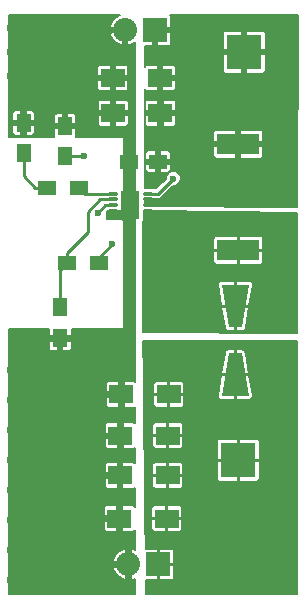
<source format=gbr>
G04 #@! TF.FileFunction,Copper,L1,Top,Signal*
%FSLAX46Y46*%
G04 Gerber Fmt 4.6, Leading zero omitted, Abs format (unit mm)*
G04 Created by KiCad (PCBNEW 0.201509151501+6198~30~ubuntu14.04.1-product) date Wed 04 Nov 2015 10:21:58 PM EST*
%MOMM*%
G01*
G04 APERTURE LIST*
%ADD10C,0.100000*%
%ADD11C,1.524000*%
%ADD12R,2.000000X1.600000*%
%ADD13R,1.500000X1.250000*%
%ADD14R,1.250000X1.500000*%
%ADD15R,3.600000X1.800000*%
%ADD16R,2.032000X2.032000*%
%ADD17O,2.032000X2.032000*%
%ADD18R,1.500000X1.300000*%
%ADD19R,1.300000X1.500000*%
%ADD20R,2.999740X2.999740*%
%ADD21C,0.400000*%
%ADD22O,0.850000X0.280000*%
%ADD23R,1.650000X2.400000*%
%ADD24R,0.280000X0.700000*%
%ADD25C,0.600000*%
%ADD26C,0.250000*%
%ADD27C,0.152400*%
G04 APERTURE END LIST*
D10*
D11*
X114808000Y-104140000D03*
X112268000Y-104140000D03*
X109728000Y-104140000D03*
X114808000Y-101600000D03*
X112268000Y-101600000D03*
X109728000Y-101600000D03*
X114808000Y-99060000D03*
X112268000Y-99060000D03*
X109728000Y-99060000D03*
X114808000Y-96520000D03*
X112268000Y-96520000D03*
X109728000Y-96520000D03*
X114808000Y-93980000D03*
X112268000Y-93980000D03*
X109728000Y-93980000D03*
X114808000Y-91440000D03*
X112268000Y-91440000D03*
X109728000Y-91440000D03*
X114808000Y-88900000D03*
X112268000Y-88900000D03*
X109728000Y-88900000D03*
X114808000Y-86360000D03*
X112268000Y-86360000D03*
X109728000Y-86360000D03*
X113792000Y-61468000D03*
X111760000Y-61468000D03*
X109728000Y-61468000D03*
X113792000Y-59436000D03*
X111760000Y-59436000D03*
X109728000Y-59436000D03*
X113792000Y-57404000D03*
X111760000Y-57404000D03*
D12*
X121893080Y-61605160D03*
X117893080Y-61605160D03*
X121937280Y-64582040D03*
X117937280Y-64582040D03*
D13*
X121747600Y-68686680D03*
X119247600Y-68686680D03*
D14*
X113863120Y-68184400D03*
X113863120Y-65684400D03*
X110342680Y-67915160D03*
X110342680Y-65415160D03*
D12*
X122633240Y-88402160D03*
X118633240Y-88402160D03*
X122546880Y-91887040D03*
X118546880Y-91887040D03*
X122538240Y-95260160D03*
X118538240Y-95260160D03*
X122465600Y-98907600D03*
X118465600Y-98907600D03*
D10*
G36*
X129419350Y-88521540D02*
X127120650Y-88521540D01*
X127720090Y-84919820D01*
X128819910Y-84919820D01*
X129419350Y-88521540D01*
X129419350Y-88521540D01*
G37*
G36*
X127120650Y-79118460D02*
X129419350Y-79118460D01*
X128819910Y-82720180D01*
X127720090Y-82720180D01*
X127120650Y-79118460D01*
X127120650Y-79118460D01*
G37*
D15*
X128524000Y-67200000D03*
X128524000Y-76200000D03*
D16*
X121498360Y-57561480D03*
D17*
X118958360Y-57561480D03*
D16*
X121762520Y-102788720D03*
D17*
X119222520Y-102788720D03*
D18*
X115023880Y-70891400D03*
X112323880Y-70891400D03*
X116737120Y-77282040D03*
X114037120Y-77282040D03*
D19*
X113441480Y-80956160D03*
X113441480Y-83656160D03*
D20*
X129032000Y-59436000D03*
X128524000Y-93980000D03*
D21*
X119880000Y-71640000D03*
X118880000Y-73140000D03*
X119880000Y-73140000D03*
X119380000Y-72390000D03*
X118880000Y-71640000D03*
D22*
X117905000Y-71390000D03*
X117905000Y-71890000D03*
X117905000Y-72390000D03*
X117905000Y-72890000D03*
X117905000Y-73390000D03*
X120855000Y-73390000D03*
X120855000Y-72890000D03*
X120855000Y-72390000D03*
X120855000Y-71890000D03*
X120855000Y-71390000D03*
D23*
X119380000Y-72390000D03*
D24*
X119630000Y-70840000D03*
X119130000Y-70840000D03*
X119630000Y-73940000D03*
X119130000Y-73940000D03*
D11*
X109728000Y-57404000D03*
D25*
X115422680Y-68244720D03*
X123012200Y-70134480D03*
X122224800Y-71963280D03*
X116621560Y-73009760D03*
X122428000Y-86360000D03*
X117856000Y-75692000D03*
D26*
X115422680Y-68244720D02*
X113923440Y-68244720D01*
X113923440Y-68244720D02*
X113863120Y-68184400D01*
X120855000Y-71390000D02*
X121756680Y-71390000D01*
X121756680Y-71390000D02*
X123012200Y-70134480D01*
X110342680Y-69184520D02*
X110342680Y-68719306D01*
X110342680Y-68719306D02*
X110342680Y-67915160D01*
X112323880Y-70891400D02*
X111323880Y-70891400D01*
X111323880Y-70891400D02*
X110342680Y-69910200D01*
X110342680Y-69910200D02*
X110342680Y-68719306D01*
X117905000Y-71390000D02*
X115522480Y-71390000D01*
X115522480Y-71390000D02*
X115023880Y-70891400D01*
X117905000Y-71390000D02*
X117620000Y-71390000D01*
X117620000Y-71390000D02*
X117619240Y-71389240D01*
X114037120Y-77282040D02*
X114037120Y-76382040D01*
X114037120Y-76382040D02*
X115798600Y-74620560D01*
X115798600Y-74620560D02*
X115798600Y-72918320D01*
X115798600Y-72918320D02*
X116826920Y-71890000D01*
X116826920Y-71890000D02*
X117905000Y-71890000D01*
X113441480Y-80956160D02*
X113441480Y-77877680D01*
X113441480Y-77877680D02*
X114037120Y-77282040D01*
X122224800Y-71963280D02*
X120928280Y-71963280D01*
X120928280Y-71963280D02*
X120855000Y-71890000D01*
X117905000Y-72390000D02*
X117241320Y-72390000D01*
X117241320Y-72390000D02*
X116621560Y-73009760D01*
X116737120Y-77282040D02*
X116737120Y-76810880D01*
X116737120Y-76810880D02*
X117856000Y-75692000D01*
D27*
G36*
X118317850Y-56377402D02*
X117913479Y-56712647D01*
X117668181Y-57177119D01*
X117706488Y-57383680D01*
X118780560Y-57383680D01*
X118780560Y-57363680D01*
X119136160Y-57363680D01*
X119136160Y-57383680D01*
X119156160Y-57383680D01*
X119156160Y-57739280D01*
X119136160Y-57739280D01*
X119136160Y-58812559D01*
X119342718Y-58851644D01*
X119598870Y-58745558D01*
X119809463Y-58570965D01*
X119776809Y-87304222D01*
X119698921Y-87271960D01*
X118893590Y-87271960D01*
X118811040Y-87354510D01*
X118811040Y-88224360D01*
X118831040Y-88224360D01*
X118831040Y-88579960D01*
X118811040Y-88579960D01*
X118811040Y-89449810D01*
X118893590Y-89532360D01*
X119698921Y-89532360D01*
X119774312Y-89501132D01*
X119772784Y-90845971D01*
X119733923Y-90807110D01*
X119612561Y-90756840D01*
X118807230Y-90756840D01*
X118724680Y-90839390D01*
X118724680Y-91709240D01*
X118744680Y-91709240D01*
X118744680Y-92064840D01*
X118724680Y-92064840D01*
X118724680Y-92934690D01*
X118807230Y-93017240D01*
X119612561Y-93017240D01*
X119733923Y-92966970D01*
X119770415Y-92930478D01*
X119768945Y-94223892D01*
X119725283Y-94180230D01*
X119603921Y-94129960D01*
X118798590Y-94129960D01*
X118716040Y-94212510D01*
X118716040Y-95082360D01*
X118736040Y-95082360D01*
X118736040Y-95437960D01*
X118716040Y-95437960D01*
X118716040Y-96307810D01*
X118798590Y-96390360D01*
X119603921Y-96390360D01*
X119725283Y-96340090D01*
X119766587Y-96298786D01*
X119764691Y-97966816D01*
X119745530Y-97920557D01*
X119652643Y-97827670D01*
X119531281Y-97777400D01*
X118725950Y-97777400D01*
X118643400Y-97859950D01*
X118643400Y-98729800D01*
X118663400Y-98729800D01*
X118663400Y-99085400D01*
X118643400Y-99085400D01*
X118643400Y-99955250D01*
X118725950Y-100037800D01*
X119531281Y-100037800D01*
X119652643Y-99987530D01*
X119745530Y-99894643D01*
X119762547Y-99853561D01*
X119760605Y-101562222D01*
X119606878Y-101498556D01*
X119400320Y-101537641D01*
X119400320Y-102610920D01*
X119420320Y-102610920D01*
X119420320Y-102966520D01*
X119400320Y-102966520D01*
X119400320Y-104039799D01*
X119606878Y-104078884D01*
X119757816Y-104016373D01*
X119756404Y-105258800D01*
X109117200Y-105258800D01*
X109117200Y-103173081D01*
X117932341Y-103173081D01*
X118177639Y-103637553D01*
X118582010Y-103972798D01*
X118838162Y-104078884D01*
X119044720Y-104039799D01*
X119044720Y-102966520D01*
X117970648Y-102966520D01*
X117932341Y-103173081D01*
X109117200Y-103173081D01*
X109117200Y-102404359D01*
X117932341Y-102404359D01*
X117970648Y-102610920D01*
X119044720Y-102610920D01*
X119044720Y-101537641D01*
X118838162Y-101498556D01*
X118582010Y-101604642D01*
X118177639Y-101939887D01*
X117932341Y-102404359D01*
X109117200Y-102404359D01*
X109117200Y-99167950D01*
X117135400Y-99167950D01*
X117135400Y-99773281D01*
X117185670Y-99894643D01*
X117278557Y-99987530D01*
X117399919Y-100037800D01*
X118205250Y-100037800D01*
X118287800Y-99955250D01*
X118287800Y-99085400D01*
X117217950Y-99085400D01*
X117135400Y-99167950D01*
X109117200Y-99167950D01*
X109117200Y-98041919D01*
X117135400Y-98041919D01*
X117135400Y-98647250D01*
X117217950Y-98729800D01*
X118287800Y-98729800D01*
X118287800Y-97859950D01*
X118205250Y-97777400D01*
X117399919Y-97777400D01*
X117278557Y-97827670D01*
X117185670Y-97920557D01*
X117135400Y-98041919D01*
X109117200Y-98041919D01*
X109117200Y-95520510D01*
X117208040Y-95520510D01*
X117208040Y-96125841D01*
X117258310Y-96247203D01*
X117351197Y-96340090D01*
X117472559Y-96390360D01*
X118277890Y-96390360D01*
X118360440Y-96307810D01*
X118360440Y-95437960D01*
X117290590Y-95437960D01*
X117208040Y-95520510D01*
X109117200Y-95520510D01*
X109117200Y-94394479D01*
X117208040Y-94394479D01*
X117208040Y-94999810D01*
X117290590Y-95082360D01*
X118360440Y-95082360D01*
X118360440Y-94212510D01*
X118277890Y-94129960D01*
X117472559Y-94129960D01*
X117351197Y-94180230D01*
X117258310Y-94273117D01*
X117208040Y-94394479D01*
X109117200Y-94394479D01*
X109117200Y-92147390D01*
X117216680Y-92147390D01*
X117216680Y-92752721D01*
X117266950Y-92874083D01*
X117359837Y-92966970D01*
X117481199Y-93017240D01*
X118286530Y-93017240D01*
X118369080Y-92934690D01*
X118369080Y-92064840D01*
X117299230Y-92064840D01*
X117216680Y-92147390D01*
X109117200Y-92147390D01*
X109117200Y-91021359D01*
X117216680Y-91021359D01*
X117216680Y-91626690D01*
X117299230Y-91709240D01*
X118369080Y-91709240D01*
X118369080Y-90839390D01*
X118286530Y-90756840D01*
X117481199Y-90756840D01*
X117359837Y-90807110D01*
X117266950Y-90899997D01*
X117216680Y-91021359D01*
X109117200Y-91021359D01*
X109117200Y-88662510D01*
X117303040Y-88662510D01*
X117303040Y-89267841D01*
X117353310Y-89389203D01*
X117446197Y-89482090D01*
X117567559Y-89532360D01*
X118372890Y-89532360D01*
X118455440Y-89449810D01*
X118455440Y-88579960D01*
X117385590Y-88579960D01*
X117303040Y-88662510D01*
X109117200Y-88662510D01*
X109117200Y-87536479D01*
X117303040Y-87536479D01*
X117303040Y-88141810D01*
X117385590Y-88224360D01*
X118455440Y-88224360D01*
X118455440Y-87354510D01*
X118372890Y-87271960D01*
X117567559Y-87271960D01*
X117446197Y-87322230D01*
X117353310Y-87415117D01*
X117303040Y-87536479D01*
X109117200Y-87536479D01*
X109117200Y-83916510D01*
X112461280Y-83916510D01*
X112461280Y-84471841D01*
X112511550Y-84593203D01*
X112604437Y-84686090D01*
X112725799Y-84736360D01*
X113181130Y-84736360D01*
X113263680Y-84653810D01*
X113263680Y-83833960D01*
X113619280Y-83833960D01*
X113619280Y-84653810D01*
X113701830Y-84736360D01*
X114157161Y-84736360D01*
X114278523Y-84686090D01*
X114371410Y-84593203D01*
X114421680Y-84471841D01*
X114421680Y-83916510D01*
X114339130Y-83833960D01*
X113619280Y-83833960D01*
X113263680Y-83833960D01*
X112543830Y-83833960D01*
X112461280Y-83916510D01*
X109117200Y-83916510D01*
X109117200Y-82829400D01*
X112465869Y-82829400D01*
X112461280Y-82840479D01*
X112461280Y-83395810D01*
X112543830Y-83478360D01*
X113263680Y-83478360D01*
X113263680Y-83458360D01*
X113619280Y-83458360D01*
X113619280Y-83478360D01*
X114339130Y-83478360D01*
X114421680Y-83395810D01*
X114421680Y-82840479D01*
X114417091Y-82829400D01*
X118739920Y-82829400D01*
X118769566Y-82823397D01*
X118794541Y-82806332D01*
X118810909Y-82780895D01*
X118816120Y-82753243D01*
X118821200Y-73660043D01*
X118815213Y-73630393D01*
X118798163Y-73605409D01*
X118772735Y-73589027D01*
X118745000Y-73583800D01*
X117424200Y-73583800D01*
X117424200Y-72850870D01*
X117427870Y-72847200D01*
X117539850Y-72847200D01*
X117605205Y-72860200D01*
X118204795Y-72860200D01*
X118270150Y-72847200D01*
X118745000Y-72847200D01*
X118774646Y-72841197D01*
X118799621Y-72824132D01*
X118815989Y-72798695D01*
X118821200Y-72771000D01*
X118821200Y-66675000D01*
X118815197Y-66645354D01*
X118798132Y-66620379D01*
X118772695Y-66604011D01*
X118745000Y-66598800D01*
X114777429Y-66598800D01*
X114818320Y-66500081D01*
X114818320Y-65944750D01*
X114735770Y-65862200D01*
X114040920Y-65862200D01*
X114040920Y-65882200D01*
X113685320Y-65882200D01*
X113685320Y-65862200D01*
X112990470Y-65862200D01*
X112907920Y-65944750D01*
X112907920Y-66500081D01*
X112948811Y-66598800D01*
X109117200Y-66598800D01*
X109117200Y-65675510D01*
X109387480Y-65675510D01*
X109387480Y-66230841D01*
X109437750Y-66352203D01*
X109530637Y-66445090D01*
X109651999Y-66495360D01*
X110082330Y-66495360D01*
X110164880Y-66412810D01*
X110164880Y-65592960D01*
X110520480Y-65592960D01*
X110520480Y-66412810D01*
X110603030Y-66495360D01*
X111033361Y-66495360D01*
X111154723Y-66445090D01*
X111247610Y-66352203D01*
X111297880Y-66230841D01*
X111297880Y-65675510D01*
X111215330Y-65592960D01*
X110520480Y-65592960D01*
X110164880Y-65592960D01*
X109470030Y-65592960D01*
X109387480Y-65675510D01*
X109117200Y-65675510D01*
X109117200Y-64599479D01*
X109387480Y-64599479D01*
X109387480Y-65154810D01*
X109470030Y-65237360D01*
X110164880Y-65237360D01*
X110164880Y-64417510D01*
X110520480Y-64417510D01*
X110520480Y-65237360D01*
X111215330Y-65237360D01*
X111297880Y-65154810D01*
X111297880Y-64868719D01*
X112907920Y-64868719D01*
X112907920Y-65424050D01*
X112990470Y-65506600D01*
X113685320Y-65506600D01*
X113685320Y-64686750D01*
X114040920Y-64686750D01*
X114040920Y-65506600D01*
X114735770Y-65506600D01*
X114818320Y-65424050D01*
X114818320Y-64868719D01*
X114807415Y-64842390D01*
X116607080Y-64842390D01*
X116607080Y-65447721D01*
X116657350Y-65569083D01*
X116750237Y-65661970D01*
X116871599Y-65712240D01*
X117676930Y-65712240D01*
X117759480Y-65629690D01*
X117759480Y-64759840D01*
X118115080Y-64759840D01*
X118115080Y-65629690D01*
X118197630Y-65712240D01*
X119002961Y-65712240D01*
X119124323Y-65661970D01*
X119217210Y-65569083D01*
X119267480Y-65447721D01*
X119267480Y-64842390D01*
X119184930Y-64759840D01*
X118115080Y-64759840D01*
X117759480Y-64759840D01*
X116689630Y-64759840D01*
X116607080Y-64842390D01*
X114807415Y-64842390D01*
X114768050Y-64747357D01*
X114675163Y-64654470D01*
X114553801Y-64604200D01*
X114123470Y-64604200D01*
X114040920Y-64686750D01*
X113685320Y-64686750D01*
X113602770Y-64604200D01*
X113172439Y-64604200D01*
X113051077Y-64654470D01*
X112958190Y-64747357D01*
X112907920Y-64868719D01*
X111297880Y-64868719D01*
X111297880Y-64599479D01*
X111247610Y-64478117D01*
X111154723Y-64385230D01*
X111033361Y-64334960D01*
X110603030Y-64334960D01*
X110520480Y-64417510D01*
X110164880Y-64417510D01*
X110082330Y-64334960D01*
X109651999Y-64334960D01*
X109530637Y-64385230D01*
X109437750Y-64478117D01*
X109387480Y-64599479D01*
X109117200Y-64599479D01*
X109117200Y-63716359D01*
X116607080Y-63716359D01*
X116607080Y-64321690D01*
X116689630Y-64404240D01*
X117759480Y-64404240D01*
X117759480Y-63534390D01*
X118115080Y-63534390D01*
X118115080Y-64404240D01*
X119184930Y-64404240D01*
X119267480Y-64321690D01*
X119267480Y-63716359D01*
X119217210Y-63594997D01*
X119124323Y-63502110D01*
X119002961Y-63451840D01*
X118197630Y-63451840D01*
X118115080Y-63534390D01*
X117759480Y-63534390D01*
X117676930Y-63451840D01*
X116871599Y-63451840D01*
X116750237Y-63502110D01*
X116657350Y-63594997D01*
X116607080Y-63716359D01*
X109117200Y-63716359D01*
X109117200Y-61865510D01*
X116562880Y-61865510D01*
X116562880Y-62470841D01*
X116613150Y-62592203D01*
X116706037Y-62685090D01*
X116827399Y-62735360D01*
X117632730Y-62735360D01*
X117715280Y-62652810D01*
X117715280Y-61782960D01*
X118070880Y-61782960D01*
X118070880Y-62652810D01*
X118153430Y-62735360D01*
X118958761Y-62735360D01*
X119080123Y-62685090D01*
X119173010Y-62592203D01*
X119223280Y-62470841D01*
X119223280Y-61865510D01*
X119140730Y-61782960D01*
X118070880Y-61782960D01*
X117715280Y-61782960D01*
X116645430Y-61782960D01*
X116562880Y-61865510D01*
X109117200Y-61865510D01*
X109117200Y-60739479D01*
X116562880Y-60739479D01*
X116562880Y-61344810D01*
X116645430Y-61427360D01*
X117715280Y-61427360D01*
X117715280Y-60557510D01*
X118070880Y-60557510D01*
X118070880Y-61427360D01*
X119140730Y-61427360D01*
X119223280Y-61344810D01*
X119223280Y-60739479D01*
X119173010Y-60618117D01*
X119080123Y-60525230D01*
X118958761Y-60474960D01*
X118153430Y-60474960D01*
X118070880Y-60557510D01*
X117715280Y-60557510D01*
X117632730Y-60474960D01*
X116827399Y-60474960D01*
X116706037Y-60525230D01*
X116613150Y-60618117D01*
X116562880Y-60739479D01*
X109117200Y-60739479D01*
X109117200Y-57945841D01*
X117668181Y-57945841D01*
X117913479Y-58410313D01*
X118317850Y-58745558D01*
X118574002Y-58851644D01*
X118780560Y-58812559D01*
X118780560Y-57739280D01*
X117706488Y-57739280D01*
X117668181Y-57945841D01*
X109117200Y-57945841D01*
X109117200Y-56285200D01*
X118540478Y-56285200D01*
X118317850Y-56377402D01*
X118317850Y-56377402D01*
G37*
X118317850Y-56377402D02*
X117913479Y-56712647D01*
X117668181Y-57177119D01*
X117706488Y-57383680D01*
X118780560Y-57383680D01*
X118780560Y-57363680D01*
X119136160Y-57363680D01*
X119136160Y-57383680D01*
X119156160Y-57383680D01*
X119156160Y-57739280D01*
X119136160Y-57739280D01*
X119136160Y-58812559D01*
X119342718Y-58851644D01*
X119598870Y-58745558D01*
X119809463Y-58570965D01*
X119776809Y-87304222D01*
X119698921Y-87271960D01*
X118893590Y-87271960D01*
X118811040Y-87354510D01*
X118811040Y-88224360D01*
X118831040Y-88224360D01*
X118831040Y-88579960D01*
X118811040Y-88579960D01*
X118811040Y-89449810D01*
X118893590Y-89532360D01*
X119698921Y-89532360D01*
X119774312Y-89501132D01*
X119772784Y-90845971D01*
X119733923Y-90807110D01*
X119612561Y-90756840D01*
X118807230Y-90756840D01*
X118724680Y-90839390D01*
X118724680Y-91709240D01*
X118744680Y-91709240D01*
X118744680Y-92064840D01*
X118724680Y-92064840D01*
X118724680Y-92934690D01*
X118807230Y-93017240D01*
X119612561Y-93017240D01*
X119733923Y-92966970D01*
X119770415Y-92930478D01*
X119768945Y-94223892D01*
X119725283Y-94180230D01*
X119603921Y-94129960D01*
X118798590Y-94129960D01*
X118716040Y-94212510D01*
X118716040Y-95082360D01*
X118736040Y-95082360D01*
X118736040Y-95437960D01*
X118716040Y-95437960D01*
X118716040Y-96307810D01*
X118798590Y-96390360D01*
X119603921Y-96390360D01*
X119725283Y-96340090D01*
X119766587Y-96298786D01*
X119764691Y-97966816D01*
X119745530Y-97920557D01*
X119652643Y-97827670D01*
X119531281Y-97777400D01*
X118725950Y-97777400D01*
X118643400Y-97859950D01*
X118643400Y-98729800D01*
X118663400Y-98729800D01*
X118663400Y-99085400D01*
X118643400Y-99085400D01*
X118643400Y-99955250D01*
X118725950Y-100037800D01*
X119531281Y-100037800D01*
X119652643Y-99987530D01*
X119745530Y-99894643D01*
X119762547Y-99853561D01*
X119760605Y-101562222D01*
X119606878Y-101498556D01*
X119400320Y-101537641D01*
X119400320Y-102610920D01*
X119420320Y-102610920D01*
X119420320Y-102966520D01*
X119400320Y-102966520D01*
X119400320Y-104039799D01*
X119606878Y-104078884D01*
X119757816Y-104016373D01*
X119756404Y-105258800D01*
X109117200Y-105258800D01*
X109117200Y-103173081D01*
X117932341Y-103173081D01*
X118177639Y-103637553D01*
X118582010Y-103972798D01*
X118838162Y-104078884D01*
X119044720Y-104039799D01*
X119044720Y-102966520D01*
X117970648Y-102966520D01*
X117932341Y-103173081D01*
X109117200Y-103173081D01*
X109117200Y-102404359D01*
X117932341Y-102404359D01*
X117970648Y-102610920D01*
X119044720Y-102610920D01*
X119044720Y-101537641D01*
X118838162Y-101498556D01*
X118582010Y-101604642D01*
X118177639Y-101939887D01*
X117932341Y-102404359D01*
X109117200Y-102404359D01*
X109117200Y-99167950D01*
X117135400Y-99167950D01*
X117135400Y-99773281D01*
X117185670Y-99894643D01*
X117278557Y-99987530D01*
X117399919Y-100037800D01*
X118205250Y-100037800D01*
X118287800Y-99955250D01*
X118287800Y-99085400D01*
X117217950Y-99085400D01*
X117135400Y-99167950D01*
X109117200Y-99167950D01*
X109117200Y-98041919D01*
X117135400Y-98041919D01*
X117135400Y-98647250D01*
X117217950Y-98729800D01*
X118287800Y-98729800D01*
X118287800Y-97859950D01*
X118205250Y-97777400D01*
X117399919Y-97777400D01*
X117278557Y-97827670D01*
X117185670Y-97920557D01*
X117135400Y-98041919D01*
X109117200Y-98041919D01*
X109117200Y-95520510D01*
X117208040Y-95520510D01*
X117208040Y-96125841D01*
X117258310Y-96247203D01*
X117351197Y-96340090D01*
X117472559Y-96390360D01*
X118277890Y-96390360D01*
X118360440Y-96307810D01*
X118360440Y-95437960D01*
X117290590Y-95437960D01*
X117208040Y-95520510D01*
X109117200Y-95520510D01*
X109117200Y-94394479D01*
X117208040Y-94394479D01*
X117208040Y-94999810D01*
X117290590Y-95082360D01*
X118360440Y-95082360D01*
X118360440Y-94212510D01*
X118277890Y-94129960D01*
X117472559Y-94129960D01*
X117351197Y-94180230D01*
X117258310Y-94273117D01*
X117208040Y-94394479D01*
X109117200Y-94394479D01*
X109117200Y-92147390D01*
X117216680Y-92147390D01*
X117216680Y-92752721D01*
X117266950Y-92874083D01*
X117359837Y-92966970D01*
X117481199Y-93017240D01*
X118286530Y-93017240D01*
X118369080Y-92934690D01*
X118369080Y-92064840D01*
X117299230Y-92064840D01*
X117216680Y-92147390D01*
X109117200Y-92147390D01*
X109117200Y-91021359D01*
X117216680Y-91021359D01*
X117216680Y-91626690D01*
X117299230Y-91709240D01*
X118369080Y-91709240D01*
X118369080Y-90839390D01*
X118286530Y-90756840D01*
X117481199Y-90756840D01*
X117359837Y-90807110D01*
X117266950Y-90899997D01*
X117216680Y-91021359D01*
X109117200Y-91021359D01*
X109117200Y-88662510D01*
X117303040Y-88662510D01*
X117303040Y-89267841D01*
X117353310Y-89389203D01*
X117446197Y-89482090D01*
X117567559Y-89532360D01*
X118372890Y-89532360D01*
X118455440Y-89449810D01*
X118455440Y-88579960D01*
X117385590Y-88579960D01*
X117303040Y-88662510D01*
X109117200Y-88662510D01*
X109117200Y-87536479D01*
X117303040Y-87536479D01*
X117303040Y-88141810D01*
X117385590Y-88224360D01*
X118455440Y-88224360D01*
X118455440Y-87354510D01*
X118372890Y-87271960D01*
X117567559Y-87271960D01*
X117446197Y-87322230D01*
X117353310Y-87415117D01*
X117303040Y-87536479D01*
X109117200Y-87536479D01*
X109117200Y-83916510D01*
X112461280Y-83916510D01*
X112461280Y-84471841D01*
X112511550Y-84593203D01*
X112604437Y-84686090D01*
X112725799Y-84736360D01*
X113181130Y-84736360D01*
X113263680Y-84653810D01*
X113263680Y-83833960D01*
X113619280Y-83833960D01*
X113619280Y-84653810D01*
X113701830Y-84736360D01*
X114157161Y-84736360D01*
X114278523Y-84686090D01*
X114371410Y-84593203D01*
X114421680Y-84471841D01*
X114421680Y-83916510D01*
X114339130Y-83833960D01*
X113619280Y-83833960D01*
X113263680Y-83833960D01*
X112543830Y-83833960D01*
X112461280Y-83916510D01*
X109117200Y-83916510D01*
X109117200Y-82829400D01*
X112465869Y-82829400D01*
X112461280Y-82840479D01*
X112461280Y-83395810D01*
X112543830Y-83478360D01*
X113263680Y-83478360D01*
X113263680Y-83458360D01*
X113619280Y-83458360D01*
X113619280Y-83478360D01*
X114339130Y-83478360D01*
X114421680Y-83395810D01*
X114421680Y-82840479D01*
X114417091Y-82829400D01*
X118739920Y-82829400D01*
X118769566Y-82823397D01*
X118794541Y-82806332D01*
X118810909Y-82780895D01*
X118816120Y-82753243D01*
X118821200Y-73660043D01*
X118815213Y-73630393D01*
X118798163Y-73605409D01*
X118772735Y-73589027D01*
X118745000Y-73583800D01*
X117424200Y-73583800D01*
X117424200Y-72850870D01*
X117427870Y-72847200D01*
X117539850Y-72847200D01*
X117605205Y-72860200D01*
X118204795Y-72860200D01*
X118270150Y-72847200D01*
X118745000Y-72847200D01*
X118774646Y-72841197D01*
X118799621Y-72824132D01*
X118815989Y-72798695D01*
X118821200Y-72771000D01*
X118821200Y-66675000D01*
X118815197Y-66645354D01*
X118798132Y-66620379D01*
X118772695Y-66604011D01*
X118745000Y-66598800D01*
X114777429Y-66598800D01*
X114818320Y-66500081D01*
X114818320Y-65944750D01*
X114735770Y-65862200D01*
X114040920Y-65862200D01*
X114040920Y-65882200D01*
X113685320Y-65882200D01*
X113685320Y-65862200D01*
X112990470Y-65862200D01*
X112907920Y-65944750D01*
X112907920Y-66500081D01*
X112948811Y-66598800D01*
X109117200Y-66598800D01*
X109117200Y-65675510D01*
X109387480Y-65675510D01*
X109387480Y-66230841D01*
X109437750Y-66352203D01*
X109530637Y-66445090D01*
X109651999Y-66495360D01*
X110082330Y-66495360D01*
X110164880Y-66412810D01*
X110164880Y-65592960D01*
X110520480Y-65592960D01*
X110520480Y-66412810D01*
X110603030Y-66495360D01*
X111033361Y-66495360D01*
X111154723Y-66445090D01*
X111247610Y-66352203D01*
X111297880Y-66230841D01*
X111297880Y-65675510D01*
X111215330Y-65592960D01*
X110520480Y-65592960D01*
X110164880Y-65592960D01*
X109470030Y-65592960D01*
X109387480Y-65675510D01*
X109117200Y-65675510D01*
X109117200Y-64599479D01*
X109387480Y-64599479D01*
X109387480Y-65154810D01*
X109470030Y-65237360D01*
X110164880Y-65237360D01*
X110164880Y-64417510D01*
X110520480Y-64417510D01*
X110520480Y-65237360D01*
X111215330Y-65237360D01*
X111297880Y-65154810D01*
X111297880Y-64868719D01*
X112907920Y-64868719D01*
X112907920Y-65424050D01*
X112990470Y-65506600D01*
X113685320Y-65506600D01*
X113685320Y-64686750D01*
X114040920Y-64686750D01*
X114040920Y-65506600D01*
X114735770Y-65506600D01*
X114818320Y-65424050D01*
X114818320Y-64868719D01*
X114807415Y-64842390D01*
X116607080Y-64842390D01*
X116607080Y-65447721D01*
X116657350Y-65569083D01*
X116750237Y-65661970D01*
X116871599Y-65712240D01*
X117676930Y-65712240D01*
X117759480Y-65629690D01*
X117759480Y-64759840D01*
X118115080Y-64759840D01*
X118115080Y-65629690D01*
X118197630Y-65712240D01*
X119002961Y-65712240D01*
X119124323Y-65661970D01*
X119217210Y-65569083D01*
X119267480Y-65447721D01*
X119267480Y-64842390D01*
X119184930Y-64759840D01*
X118115080Y-64759840D01*
X117759480Y-64759840D01*
X116689630Y-64759840D01*
X116607080Y-64842390D01*
X114807415Y-64842390D01*
X114768050Y-64747357D01*
X114675163Y-64654470D01*
X114553801Y-64604200D01*
X114123470Y-64604200D01*
X114040920Y-64686750D01*
X113685320Y-64686750D01*
X113602770Y-64604200D01*
X113172439Y-64604200D01*
X113051077Y-64654470D01*
X112958190Y-64747357D01*
X112907920Y-64868719D01*
X111297880Y-64868719D01*
X111297880Y-64599479D01*
X111247610Y-64478117D01*
X111154723Y-64385230D01*
X111033361Y-64334960D01*
X110603030Y-64334960D01*
X110520480Y-64417510D01*
X110164880Y-64417510D01*
X110082330Y-64334960D01*
X109651999Y-64334960D01*
X109530637Y-64385230D01*
X109437750Y-64478117D01*
X109387480Y-64599479D01*
X109117200Y-64599479D01*
X109117200Y-63716359D01*
X116607080Y-63716359D01*
X116607080Y-64321690D01*
X116689630Y-64404240D01*
X117759480Y-64404240D01*
X117759480Y-63534390D01*
X118115080Y-63534390D01*
X118115080Y-64404240D01*
X119184930Y-64404240D01*
X119267480Y-64321690D01*
X119267480Y-63716359D01*
X119217210Y-63594997D01*
X119124323Y-63502110D01*
X119002961Y-63451840D01*
X118197630Y-63451840D01*
X118115080Y-63534390D01*
X117759480Y-63534390D01*
X117676930Y-63451840D01*
X116871599Y-63451840D01*
X116750237Y-63502110D01*
X116657350Y-63594997D01*
X116607080Y-63716359D01*
X109117200Y-63716359D01*
X109117200Y-61865510D01*
X116562880Y-61865510D01*
X116562880Y-62470841D01*
X116613150Y-62592203D01*
X116706037Y-62685090D01*
X116827399Y-62735360D01*
X117632730Y-62735360D01*
X117715280Y-62652810D01*
X117715280Y-61782960D01*
X118070880Y-61782960D01*
X118070880Y-62652810D01*
X118153430Y-62735360D01*
X118958761Y-62735360D01*
X119080123Y-62685090D01*
X119173010Y-62592203D01*
X119223280Y-62470841D01*
X119223280Y-61865510D01*
X119140730Y-61782960D01*
X118070880Y-61782960D01*
X117715280Y-61782960D01*
X116645430Y-61782960D01*
X116562880Y-61865510D01*
X109117200Y-61865510D01*
X109117200Y-60739479D01*
X116562880Y-60739479D01*
X116562880Y-61344810D01*
X116645430Y-61427360D01*
X117715280Y-61427360D01*
X117715280Y-60557510D01*
X118070880Y-60557510D01*
X118070880Y-61427360D01*
X119140730Y-61427360D01*
X119223280Y-61344810D01*
X119223280Y-60739479D01*
X119173010Y-60618117D01*
X119080123Y-60525230D01*
X118958761Y-60474960D01*
X118153430Y-60474960D01*
X118070880Y-60557510D01*
X117715280Y-60557510D01*
X117632730Y-60474960D01*
X116827399Y-60474960D01*
X116706037Y-60525230D01*
X116613150Y-60618117D01*
X116562880Y-60739479D01*
X109117200Y-60739479D01*
X109117200Y-57945841D01*
X117668181Y-57945841D01*
X117913479Y-58410313D01*
X118317850Y-58745558D01*
X118574002Y-58851644D01*
X118780560Y-58812559D01*
X118780560Y-57739280D01*
X117706488Y-57739280D01*
X117668181Y-57945841D01*
X109117200Y-57945841D01*
X109117200Y-56285200D01*
X118540478Y-56285200D01*
X118317850Y-56377402D01*
G36*
X133497540Y-73003778D02*
X133527573Y-83235062D01*
X120472200Y-83109530D01*
X120472200Y-80970120D01*
X127087525Y-80970120D01*
X127387989Y-82775452D01*
X127406446Y-82842545D01*
X127478763Y-82954929D01*
X127589107Y-83030324D01*
X127720090Y-83056849D01*
X128219200Y-83056849D01*
X128219200Y-80970120D01*
X128320800Y-80970120D01*
X128320800Y-83056849D01*
X128819910Y-83056849D01*
X128889122Y-83049658D01*
X129011855Y-82996772D01*
X129104342Y-82900303D01*
X129152011Y-82775452D01*
X129452475Y-80970120D01*
X128320800Y-80970120D01*
X128219200Y-80970120D01*
X127087525Y-80970120D01*
X120472200Y-80970120D01*
X120472200Y-79173732D01*
X126788549Y-79173732D01*
X127070615Y-80868520D01*
X128219200Y-80868520D01*
X128219200Y-78781791D01*
X128320800Y-78781791D01*
X128320800Y-80868520D01*
X129469385Y-80868520D01*
X129751451Y-79173732D01*
X129732994Y-78996095D01*
X129660677Y-78883711D01*
X129550333Y-78808316D01*
X129419350Y-78781791D01*
X128320800Y-78781791D01*
X128219200Y-78781791D01*
X127120650Y-78781791D01*
X126948453Y-78829160D01*
X126849466Y-78918947D01*
X126793210Y-79040172D01*
X126788549Y-79173732D01*
X120472200Y-79173732D01*
X120472200Y-76333350D01*
X126393800Y-76333350D01*
X126393800Y-77165681D01*
X126444070Y-77287043D01*
X126536957Y-77379930D01*
X126658319Y-77430200D01*
X128390650Y-77430200D01*
X128473200Y-77347650D01*
X128473200Y-76250800D01*
X128574800Y-76250800D01*
X128574800Y-77347650D01*
X128657350Y-77430200D01*
X130389681Y-77430200D01*
X130511043Y-77379930D01*
X130603930Y-77287043D01*
X130654200Y-77165681D01*
X130654200Y-76333350D01*
X130571650Y-76250800D01*
X128574800Y-76250800D01*
X128473200Y-76250800D01*
X126476350Y-76250800D01*
X126393800Y-76333350D01*
X120472200Y-76333350D01*
X120472200Y-75234319D01*
X126393800Y-75234319D01*
X126393800Y-76066650D01*
X126476350Y-76149200D01*
X128473200Y-76149200D01*
X128473200Y-75052350D01*
X128574800Y-75052350D01*
X128574800Y-76149200D01*
X130571650Y-76149200D01*
X130654200Y-76066650D01*
X130654200Y-75234319D01*
X130603930Y-75112957D01*
X130511043Y-75020070D01*
X130389681Y-74969800D01*
X128657350Y-74969800D01*
X128574800Y-75052350D01*
X128473200Y-75052350D01*
X128390650Y-74969800D01*
X126658319Y-74969800D01*
X126536957Y-75020070D01*
X126444070Y-75112957D01*
X126393800Y-75234319D01*
X120472200Y-75234319D01*
X120472200Y-73783833D01*
X120515144Y-73720983D01*
X120541669Y-73590000D01*
X120541669Y-72857508D01*
X120555205Y-72860200D01*
X121154795Y-72860200D01*
X121173412Y-72856497D01*
X133497540Y-73003778D01*
X133497540Y-73003778D01*
G37*
X133497540Y-73003778D02*
X133527573Y-83235062D01*
X120472200Y-83109530D01*
X120472200Y-80970120D01*
X127087525Y-80970120D01*
X127387989Y-82775452D01*
X127406446Y-82842545D01*
X127478763Y-82954929D01*
X127589107Y-83030324D01*
X127720090Y-83056849D01*
X128219200Y-83056849D01*
X128219200Y-80970120D01*
X128320800Y-80970120D01*
X128320800Y-83056849D01*
X128819910Y-83056849D01*
X128889122Y-83049658D01*
X129011855Y-82996772D01*
X129104342Y-82900303D01*
X129152011Y-82775452D01*
X129452475Y-80970120D01*
X128320800Y-80970120D01*
X128219200Y-80970120D01*
X127087525Y-80970120D01*
X120472200Y-80970120D01*
X120472200Y-79173732D01*
X126788549Y-79173732D01*
X127070615Y-80868520D01*
X128219200Y-80868520D01*
X128219200Y-78781791D01*
X128320800Y-78781791D01*
X128320800Y-80868520D01*
X129469385Y-80868520D01*
X129751451Y-79173732D01*
X129732994Y-78996095D01*
X129660677Y-78883711D01*
X129550333Y-78808316D01*
X129419350Y-78781791D01*
X128320800Y-78781791D01*
X128219200Y-78781791D01*
X127120650Y-78781791D01*
X126948453Y-78829160D01*
X126849466Y-78918947D01*
X126793210Y-79040172D01*
X126788549Y-79173732D01*
X120472200Y-79173732D01*
X120472200Y-76333350D01*
X126393800Y-76333350D01*
X126393800Y-77165681D01*
X126444070Y-77287043D01*
X126536957Y-77379930D01*
X126658319Y-77430200D01*
X128390650Y-77430200D01*
X128473200Y-77347650D01*
X128473200Y-76250800D01*
X128574800Y-76250800D01*
X128574800Y-77347650D01*
X128657350Y-77430200D01*
X130389681Y-77430200D01*
X130511043Y-77379930D01*
X130603930Y-77287043D01*
X130654200Y-77165681D01*
X130654200Y-76333350D01*
X130571650Y-76250800D01*
X128574800Y-76250800D01*
X128473200Y-76250800D01*
X126476350Y-76250800D01*
X126393800Y-76333350D01*
X120472200Y-76333350D01*
X120472200Y-75234319D01*
X126393800Y-75234319D01*
X126393800Y-76066650D01*
X126476350Y-76149200D01*
X128473200Y-76149200D01*
X128473200Y-75052350D01*
X128574800Y-75052350D01*
X128574800Y-76149200D01*
X130571650Y-76149200D01*
X130654200Y-76066650D01*
X130654200Y-75234319D01*
X130603930Y-75112957D01*
X130511043Y-75020070D01*
X130389681Y-74969800D01*
X128657350Y-74969800D01*
X128574800Y-75052350D01*
X128473200Y-75052350D01*
X128390650Y-74969800D01*
X126658319Y-74969800D01*
X126536957Y-75020070D01*
X126444070Y-75112957D01*
X126393800Y-75234319D01*
X120472200Y-75234319D01*
X120472200Y-73783833D01*
X120515144Y-73720983D01*
X120541669Y-73590000D01*
X120541669Y-72857508D01*
X120555205Y-72860200D01*
X121154795Y-72860200D01*
X121173412Y-72856497D01*
X133497540Y-73003778D01*
G36*
X133527800Y-105258800D02*
X120716280Y-105258800D01*
X120703485Y-104134920D01*
X121629170Y-104134920D01*
X121711720Y-104052370D01*
X121711720Y-102839520D01*
X121813320Y-102839520D01*
X121813320Y-104052370D01*
X121895870Y-104134920D01*
X122844201Y-104134920D01*
X122965563Y-104084650D01*
X123058450Y-103991763D01*
X123108720Y-103870401D01*
X123108720Y-102922070D01*
X123026170Y-102839520D01*
X121813320Y-102839520D01*
X121711720Y-102839520D01*
X121691720Y-102839520D01*
X121691720Y-102737920D01*
X121711720Y-102737920D01*
X121711720Y-101525070D01*
X121813320Y-101525070D01*
X121813320Y-102737920D01*
X123026170Y-102737920D01*
X123108720Y-102655370D01*
X123108720Y-101707039D01*
X123058450Y-101585677D01*
X122965563Y-101492790D01*
X122844201Y-101442520D01*
X121895870Y-101442520D01*
X121813320Y-101525070D01*
X121711720Y-101525070D01*
X121629170Y-101442520D01*
X120680839Y-101442520D01*
X120672871Y-101445821D01*
X120645493Y-99040950D01*
X121135400Y-99040950D01*
X121135400Y-99773281D01*
X121185670Y-99894643D01*
X121278557Y-99987530D01*
X121399919Y-100037800D01*
X122332250Y-100037800D01*
X122414800Y-99955250D01*
X122414800Y-98958400D01*
X122516400Y-98958400D01*
X122516400Y-99955250D01*
X122598950Y-100037800D01*
X123531281Y-100037800D01*
X123652643Y-99987530D01*
X123745530Y-99894643D01*
X123795800Y-99773281D01*
X123795800Y-99040950D01*
X123713250Y-98958400D01*
X122516400Y-98958400D01*
X122414800Y-98958400D01*
X121217950Y-98958400D01*
X121135400Y-99040950D01*
X120645493Y-99040950D01*
X120634120Y-98041919D01*
X121135400Y-98041919D01*
X121135400Y-98774250D01*
X121217950Y-98856800D01*
X122414800Y-98856800D01*
X122414800Y-97859950D01*
X122516400Y-97859950D01*
X122516400Y-98856800D01*
X123713250Y-98856800D01*
X123795800Y-98774250D01*
X123795800Y-98041919D01*
X123745530Y-97920557D01*
X123652643Y-97827670D01*
X123531281Y-97777400D01*
X122598950Y-97777400D01*
X122516400Y-97859950D01*
X122414800Y-97859950D01*
X122332250Y-97777400D01*
X121399919Y-97777400D01*
X121278557Y-97827670D01*
X121185670Y-97920557D01*
X121135400Y-98041919D01*
X120634120Y-98041919D01*
X120603969Y-95393510D01*
X121208040Y-95393510D01*
X121208040Y-96125841D01*
X121258310Y-96247203D01*
X121351197Y-96340090D01*
X121472559Y-96390360D01*
X122404890Y-96390360D01*
X122487440Y-96307810D01*
X122487440Y-95310960D01*
X122589040Y-95310960D01*
X122589040Y-96307810D01*
X122671590Y-96390360D01*
X123603921Y-96390360D01*
X123725283Y-96340090D01*
X123818170Y-96247203D01*
X123868440Y-96125841D01*
X123868440Y-95393510D01*
X123785890Y-95310960D01*
X122589040Y-95310960D01*
X122487440Y-95310960D01*
X121290590Y-95310960D01*
X121208040Y-95393510D01*
X120603969Y-95393510D01*
X120592596Y-94394479D01*
X121208040Y-94394479D01*
X121208040Y-95126810D01*
X121290590Y-95209360D01*
X122487440Y-95209360D01*
X122487440Y-94212510D01*
X122589040Y-94212510D01*
X122589040Y-95209360D01*
X123785890Y-95209360D01*
X123868440Y-95126810D01*
X123868440Y-94394479D01*
X123818170Y-94273117D01*
X123725283Y-94180230D01*
X123603921Y-94129960D01*
X122671590Y-94129960D01*
X122589040Y-94212510D01*
X122487440Y-94212510D01*
X122404890Y-94129960D01*
X121472559Y-94129960D01*
X121351197Y-94180230D01*
X121258310Y-94273117D01*
X121208040Y-94394479D01*
X120592596Y-94394479D01*
X120589396Y-94113350D01*
X126693930Y-94113350D01*
X126693930Y-95545551D01*
X126744200Y-95666913D01*
X126837087Y-95759800D01*
X126958449Y-95810070D01*
X128390650Y-95810070D01*
X128473200Y-95727520D01*
X128473200Y-94030800D01*
X128574800Y-94030800D01*
X128574800Y-95727520D01*
X128657350Y-95810070D01*
X130089551Y-95810070D01*
X130210913Y-95759800D01*
X130303800Y-95666913D01*
X130354070Y-95545551D01*
X130354070Y-94113350D01*
X130271520Y-94030800D01*
X128574800Y-94030800D01*
X128473200Y-94030800D01*
X126776480Y-94030800D01*
X126693930Y-94113350D01*
X120589396Y-94113350D01*
X120565567Y-92020390D01*
X121216680Y-92020390D01*
X121216680Y-92752721D01*
X121266950Y-92874083D01*
X121359837Y-92966970D01*
X121481199Y-93017240D01*
X122413530Y-93017240D01*
X122496080Y-92934690D01*
X122496080Y-91937840D01*
X122597680Y-91937840D01*
X122597680Y-92934690D01*
X122680230Y-93017240D01*
X123612561Y-93017240D01*
X123733923Y-92966970D01*
X123826810Y-92874083D01*
X123877080Y-92752721D01*
X123877080Y-92414449D01*
X126693930Y-92414449D01*
X126693930Y-93846650D01*
X126776480Y-93929200D01*
X128473200Y-93929200D01*
X128473200Y-92232480D01*
X128574800Y-92232480D01*
X128574800Y-93929200D01*
X130271520Y-93929200D01*
X130354070Y-93846650D01*
X130354070Y-92414449D01*
X130303800Y-92293087D01*
X130210913Y-92200200D01*
X130089551Y-92149930D01*
X128657350Y-92149930D01*
X128574800Y-92232480D01*
X128473200Y-92232480D01*
X128390650Y-92149930D01*
X126958449Y-92149930D01*
X126837087Y-92200200D01*
X126744200Y-92293087D01*
X126693930Y-92414449D01*
X123877080Y-92414449D01*
X123877080Y-92020390D01*
X123794530Y-91937840D01*
X122597680Y-91937840D01*
X122496080Y-91937840D01*
X121299230Y-91937840D01*
X121216680Y-92020390D01*
X120565567Y-92020390D01*
X120554193Y-91021359D01*
X121216680Y-91021359D01*
X121216680Y-91753690D01*
X121299230Y-91836240D01*
X122496080Y-91836240D01*
X122496080Y-90839390D01*
X122597680Y-90839390D01*
X122597680Y-91836240D01*
X123794530Y-91836240D01*
X123877080Y-91753690D01*
X123877080Y-91021359D01*
X123826810Y-90899997D01*
X123733923Y-90807110D01*
X123612561Y-90756840D01*
X122680230Y-90756840D01*
X122597680Y-90839390D01*
X122496080Y-90839390D01*
X122413530Y-90756840D01*
X121481199Y-90756840D01*
X121359837Y-90807110D01*
X121266950Y-90899997D01*
X121216680Y-91021359D01*
X120554193Y-91021359D01*
X120525892Y-88535510D01*
X121303040Y-88535510D01*
X121303040Y-89267841D01*
X121353310Y-89389203D01*
X121446197Y-89482090D01*
X121567559Y-89532360D01*
X122499890Y-89532360D01*
X122582440Y-89449810D01*
X122582440Y-88452960D01*
X122684040Y-88452960D01*
X122684040Y-89449810D01*
X122766590Y-89532360D01*
X123698921Y-89532360D01*
X123820283Y-89482090D01*
X123913170Y-89389203D01*
X123963440Y-89267841D01*
X123963440Y-88535510D01*
X123894198Y-88466268D01*
X126788549Y-88466268D01*
X126807006Y-88643905D01*
X126879323Y-88756289D01*
X126989667Y-88831684D01*
X127120650Y-88858209D01*
X128219200Y-88858209D01*
X128219200Y-86771480D01*
X128320800Y-86771480D01*
X128320800Y-88858209D01*
X129419350Y-88858209D01*
X129591547Y-88810840D01*
X129690534Y-88721053D01*
X129746790Y-88599828D01*
X129751451Y-88466268D01*
X129469385Y-86771480D01*
X128320800Y-86771480D01*
X128219200Y-86771480D01*
X127070615Y-86771480D01*
X126788549Y-88466268D01*
X123894198Y-88466268D01*
X123880890Y-88452960D01*
X122684040Y-88452960D01*
X122582440Y-88452960D01*
X121385590Y-88452960D01*
X121303040Y-88535510D01*
X120525892Y-88535510D01*
X120514518Y-87536479D01*
X121303040Y-87536479D01*
X121303040Y-88268810D01*
X121385590Y-88351360D01*
X122582440Y-88351360D01*
X122582440Y-87354510D01*
X122684040Y-87354510D01*
X122684040Y-88351360D01*
X123880890Y-88351360D01*
X123963440Y-88268810D01*
X123963440Y-87536479D01*
X123913170Y-87415117D01*
X123820283Y-87322230D01*
X123698921Y-87271960D01*
X122766590Y-87271960D01*
X122684040Y-87354510D01*
X122582440Y-87354510D01*
X122499890Y-87271960D01*
X121567559Y-87271960D01*
X121446197Y-87322230D01*
X121353310Y-87415117D01*
X121303040Y-87536479D01*
X120514518Y-87536479D01*
X120504652Y-86669880D01*
X127087525Y-86669880D01*
X128219200Y-86669880D01*
X128219200Y-84583151D01*
X128320800Y-84583151D01*
X128320800Y-86669880D01*
X129452475Y-86669880D01*
X129152011Y-84864548D01*
X129133554Y-84797455D01*
X129061237Y-84685071D01*
X128950893Y-84609676D01*
X128819910Y-84583151D01*
X128320800Y-84583151D01*
X128219200Y-84583151D01*
X127720090Y-84583151D01*
X127650878Y-84590342D01*
X127528145Y-84643228D01*
X127435658Y-84739697D01*
X127387989Y-84864548D01*
X127087525Y-86669880D01*
X120504652Y-86669880D01*
X120473070Y-83895993D01*
X133527800Y-83860846D01*
X133527800Y-105258800D01*
X133527800Y-105258800D01*
G37*
X133527800Y-105258800D02*
X120716280Y-105258800D01*
X120703485Y-104134920D01*
X121629170Y-104134920D01*
X121711720Y-104052370D01*
X121711720Y-102839520D01*
X121813320Y-102839520D01*
X121813320Y-104052370D01*
X121895870Y-104134920D01*
X122844201Y-104134920D01*
X122965563Y-104084650D01*
X123058450Y-103991763D01*
X123108720Y-103870401D01*
X123108720Y-102922070D01*
X123026170Y-102839520D01*
X121813320Y-102839520D01*
X121711720Y-102839520D01*
X121691720Y-102839520D01*
X121691720Y-102737920D01*
X121711720Y-102737920D01*
X121711720Y-101525070D01*
X121813320Y-101525070D01*
X121813320Y-102737920D01*
X123026170Y-102737920D01*
X123108720Y-102655370D01*
X123108720Y-101707039D01*
X123058450Y-101585677D01*
X122965563Y-101492790D01*
X122844201Y-101442520D01*
X121895870Y-101442520D01*
X121813320Y-101525070D01*
X121711720Y-101525070D01*
X121629170Y-101442520D01*
X120680839Y-101442520D01*
X120672871Y-101445821D01*
X120645493Y-99040950D01*
X121135400Y-99040950D01*
X121135400Y-99773281D01*
X121185670Y-99894643D01*
X121278557Y-99987530D01*
X121399919Y-100037800D01*
X122332250Y-100037800D01*
X122414800Y-99955250D01*
X122414800Y-98958400D01*
X122516400Y-98958400D01*
X122516400Y-99955250D01*
X122598950Y-100037800D01*
X123531281Y-100037800D01*
X123652643Y-99987530D01*
X123745530Y-99894643D01*
X123795800Y-99773281D01*
X123795800Y-99040950D01*
X123713250Y-98958400D01*
X122516400Y-98958400D01*
X122414800Y-98958400D01*
X121217950Y-98958400D01*
X121135400Y-99040950D01*
X120645493Y-99040950D01*
X120634120Y-98041919D01*
X121135400Y-98041919D01*
X121135400Y-98774250D01*
X121217950Y-98856800D01*
X122414800Y-98856800D01*
X122414800Y-97859950D01*
X122516400Y-97859950D01*
X122516400Y-98856800D01*
X123713250Y-98856800D01*
X123795800Y-98774250D01*
X123795800Y-98041919D01*
X123745530Y-97920557D01*
X123652643Y-97827670D01*
X123531281Y-97777400D01*
X122598950Y-97777400D01*
X122516400Y-97859950D01*
X122414800Y-97859950D01*
X122332250Y-97777400D01*
X121399919Y-97777400D01*
X121278557Y-97827670D01*
X121185670Y-97920557D01*
X121135400Y-98041919D01*
X120634120Y-98041919D01*
X120603969Y-95393510D01*
X121208040Y-95393510D01*
X121208040Y-96125841D01*
X121258310Y-96247203D01*
X121351197Y-96340090D01*
X121472559Y-96390360D01*
X122404890Y-96390360D01*
X122487440Y-96307810D01*
X122487440Y-95310960D01*
X122589040Y-95310960D01*
X122589040Y-96307810D01*
X122671590Y-96390360D01*
X123603921Y-96390360D01*
X123725283Y-96340090D01*
X123818170Y-96247203D01*
X123868440Y-96125841D01*
X123868440Y-95393510D01*
X123785890Y-95310960D01*
X122589040Y-95310960D01*
X122487440Y-95310960D01*
X121290590Y-95310960D01*
X121208040Y-95393510D01*
X120603969Y-95393510D01*
X120592596Y-94394479D01*
X121208040Y-94394479D01*
X121208040Y-95126810D01*
X121290590Y-95209360D01*
X122487440Y-95209360D01*
X122487440Y-94212510D01*
X122589040Y-94212510D01*
X122589040Y-95209360D01*
X123785890Y-95209360D01*
X123868440Y-95126810D01*
X123868440Y-94394479D01*
X123818170Y-94273117D01*
X123725283Y-94180230D01*
X123603921Y-94129960D01*
X122671590Y-94129960D01*
X122589040Y-94212510D01*
X122487440Y-94212510D01*
X122404890Y-94129960D01*
X121472559Y-94129960D01*
X121351197Y-94180230D01*
X121258310Y-94273117D01*
X121208040Y-94394479D01*
X120592596Y-94394479D01*
X120589396Y-94113350D01*
X126693930Y-94113350D01*
X126693930Y-95545551D01*
X126744200Y-95666913D01*
X126837087Y-95759800D01*
X126958449Y-95810070D01*
X128390650Y-95810070D01*
X128473200Y-95727520D01*
X128473200Y-94030800D01*
X128574800Y-94030800D01*
X128574800Y-95727520D01*
X128657350Y-95810070D01*
X130089551Y-95810070D01*
X130210913Y-95759800D01*
X130303800Y-95666913D01*
X130354070Y-95545551D01*
X130354070Y-94113350D01*
X130271520Y-94030800D01*
X128574800Y-94030800D01*
X128473200Y-94030800D01*
X126776480Y-94030800D01*
X126693930Y-94113350D01*
X120589396Y-94113350D01*
X120565567Y-92020390D01*
X121216680Y-92020390D01*
X121216680Y-92752721D01*
X121266950Y-92874083D01*
X121359837Y-92966970D01*
X121481199Y-93017240D01*
X122413530Y-93017240D01*
X122496080Y-92934690D01*
X122496080Y-91937840D01*
X122597680Y-91937840D01*
X122597680Y-92934690D01*
X122680230Y-93017240D01*
X123612561Y-93017240D01*
X123733923Y-92966970D01*
X123826810Y-92874083D01*
X123877080Y-92752721D01*
X123877080Y-92414449D01*
X126693930Y-92414449D01*
X126693930Y-93846650D01*
X126776480Y-93929200D01*
X128473200Y-93929200D01*
X128473200Y-92232480D01*
X128574800Y-92232480D01*
X128574800Y-93929200D01*
X130271520Y-93929200D01*
X130354070Y-93846650D01*
X130354070Y-92414449D01*
X130303800Y-92293087D01*
X130210913Y-92200200D01*
X130089551Y-92149930D01*
X128657350Y-92149930D01*
X128574800Y-92232480D01*
X128473200Y-92232480D01*
X128390650Y-92149930D01*
X126958449Y-92149930D01*
X126837087Y-92200200D01*
X126744200Y-92293087D01*
X126693930Y-92414449D01*
X123877080Y-92414449D01*
X123877080Y-92020390D01*
X123794530Y-91937840D01*
X122597680Y-91937840D01*
X122496080Y-91937840D01*
X121299230Y-91937840D01*
X121216680Y-92020390D01*
X120565567Y-92020390D01*
X120554193Y-91021359D01*
X121216680Y-91021359D01*
X121216680Y-91753690D01*
X121299230Y-91836240D01*
X122496080Y-91836240D01*
X122496080Y-90839390D01*
X122597680Y-90839390D01*
X122597680Y-91836240D01*
X123794530Y-91836240D01*
X123877080Y-91753690D01*
X123877080Y-91021359D01*
X123826810Y-90899997D01*
X123733923Y-90807110D01*
X123612561Y-90756840D01*
X122680230Y-90756840D01*
X122597680Y-90839390D01*
X122496080Y-90839390D01*
X122413530Y-90756840D01*
X121481199Y-90756840D01*
X121359837Y-90807110D01*
X121266950Y-90899997D01*
X121216680Y-91021359D01*
X120554193Y-91021359D01*
X120525892Y-88535510D01*
X121303040Y-88535510D01*
X121303040Y-89267841D01*
X121353310Y-89389203D01*
X121446197Y-89482090D01*
X121567559Y-89532360D01*
X122499890Y-89532360D01*
X122582440Y-89449810D01*
X122582440Y-88452960D01*
X122684040Y-88452960D01*
X122684040Y-89449810D01*
X122766590Y-89532360D01*
X123698921Y-89532360D01*
X123820283Y-89482090D01*
X123913170Y-89389203D01*
X123963440Y-89267841D01*
X123963440Y-88535510D01*
X123894198Y-88466268D01*
X126788549Y-88466268D01*
X126807006Y-88643905D01*
X126879323Y-88756289D01*
X126989667Y-88831684D01*
X127120650Y-88858209D01*
X128219200Y-88858209D01*
X128219200Y-86771480D01*
X128320800Y-86771480D01*
X128320800Y-88858209D01*
X129419350Y-88858209D01*
X129591547Y-88810840D01*
X129690534Y-88721053D01*
X129746790Y-88599828D01*
X129751451Y-88466268D01*
X129469385Y-86771480D01*
X128320800Y-86771480D01*
X128219200Y-86771480D01*
X127070615Y-86771480D01*
X126788549Y-88466268D01*
X123894198Y-88466268D01*
X123880890Y-88452960D01*
X122684040Y-88452960D01*
X122582440Y-88452960D01*
X121385590Y-88452960D01*
X121303040Y-88535510D01*
X120525892Y-88535510D01*
X120514518Y-87536479D01*
X121303040Y-87536479D01*
X121303040Y-88268810D01*
X121385590Y-88351360D01*
X122582440Y-88351360D01*
X122582440Y-87354510D01*
X122684040Y-87354510D01*
X122684040Y-88351360D01*
X123880890Y-88351360D01*
X123963440Y-88268810D01*
X123963440Y-87536479D01*
X123913170Y-87415117D01*
X123820283Y-87322230D01*
X123698921Y-87271960D01*
X122766590Y-87271960D01*
X122684040Y-87354510D01*
X122582440Y-87354510D01*
X122499890Y-87271960D01*
X121567559Y-87271960D01*
X121446197Y-87322230D01*
X121353310Y-87415117D01*
X121303040Y-87536479D01*
X120514518Y-87536479D01*
X120504652Y-86669880D01*
X127087525Y-86669880D01*
X128219200Y-86669880D01*
X128219200Y-84583151D01*
X128320800Y-84583151D01*
X128320800Y-86669880D01*
X129452475Y-86669880D01*
X129152011Y-84864548D01*
X129133554Y-84797455D01*
X129061237Y-84685071D01*
X128950893Y-84609676D01*
X128819910Y-84583151D01*
X128320800Y-84583151D01*
X128219200Y-84583151D01*
X127720090Y-84583151D01*
X127650878Y-84590342D01*
X127528145Y-84643228D01*
X127435658Y-84739697D01*
X127387989Y-84864548D01*
X127087525Y-86669880D01*
X120504652Y-86669880D01*
X120473070Y-83895993D01*
X133527800Y-83860846D01*
X133527800Y-105258800D01*
G36*
X133527871Y-72566997D02*
X121247459Y-72438232D01*
X121154795Y-72419800D01*
X120599227Y-72419800D01*
X120599399Y-71860200D01*
X121154795Y-71860200D01*
X121230205Y-71845200D01*
X121756680Y-71845200D01*
X121930878Y-71810550D01*
X122078555Y-71711875D01*
X123025738Y-70764692D01*
X123137005Y-70764789D01*
X123368713Y-70669049D01*
X123546146Y-70491926D01*
X123642290Y-70260384D01*
X123642509Y-70009675D01*
X123546769Y-69777967D01*
X123369646Y-69600534D01*
X123138104Y-69504390D01*
X122887395Y-69504171D01*
X122690886Y-69585367D01*
X122777530Y-69498723D01*
X122827800Y-69377361D01*
X122827800Y-68947030D01*
X122745250Y-68864480D01*
X121925400Y-68864480D01*
X121925400Y-69559330D01*
X122007950Y-69641880D01*
X122563281Y-69641880D01*
X122649364Y-69606223D01*
X122478254Y-69777034D01*
X122382110Y-70008576D01*
X122382012Y-70120918D01*
X121568130Y-70934800D01*
X121230205Y-70934800D01*
X121154795Y-70919800D01*
X120599689Y-70919800D01*
X120600297Y-68947030D01*
X120667400Y-68947030D01*
X120667400Y-69377361D01*
X120717670Y-69498723D01*
X120810557Y-69591610D01*
X120931919Y-69641880D01*
X121487250Y-69641880D01*
X121569800Y-69559330D01*
X121569800Y-68864480D01*
X120749950Y-68864480D01*
X120667400Y-68947030D01*
X120600297Y-68947030D01*
X120600590Y-67995999D01*
X120667400Y-67995999D01*
X120667400Y-68426330D01*
X120749950Y-68508880D01*
X121569800Y-68508880D01*
X121569800Y-67814030D01*
X121925400Y-67814030D01*
X121925400Y-68508880D01*
X122745250Y-68508880D01*
X122827800Y-68426330D01*
X122827800Y-67995999D01*
X122777530Y-67874637D01*
X122684643Y-67781750D01*
X122563281Y-67731480D01*
X122007950Y-67731480D01*
X121925400Y-67814030D01*
X121569800Y-67814030D01*
X121487250Y-67731480D01*
X120931919Y-67731480D01*
X120810557Y-67781750D01*
X120717670Y-67874637D01*
X120667400Y-67995999D01*
X120600590Y-67995999D01*
X120600755Y-67460350D01*
X126393800Y-67460350D01*
X126393800Y-68165681D01*
X126444070Y-68287043D01*
X126536957Y-68379930D01*
X126658319Y-68430200D01*
X128263650Y-68430200D01*
X128346200Y-68347650D01*
X128346200Y-67377800D01*
X128701800Y-67377800D01*
X128701800Y-68347650D01*
X128784350Y-68430200D01*
X130389681Y-68430200D01*
X130511043Y-68379930D01*
X130603930Y-68287043D01*
X130654200Y-68165681D01*
X130654200Y-67460350D01*
X130571650Y-67377800D01*
X128701800Y-67377800D01*
X128346200Y-67377800D01*
X126476350Y-67377800D01*
X126393800Y-67460350D01*
X120600755Y-67460350D01*
X120601133Y-66234319D01*
X126393800Y-66234319D01*
X126393800Y-66939650D01*
X126476350Y-67022200D01*
X128346200Y-67022200D01*
X128346200Y-66052350D01*
X128701800Y-66052350D01*
X128701800Y-67022200D01*
X130571650Y-67022200D01*
X130654200Y-66939650D01*
X130654200Y-66234319D01*
X130603930Y-66112957D01*
X130511043Y-66020070D01*
X130389681Y-65969800D01*
X128784350Y-65969800D01*
X128701800Y-66052350D01*
X128346200Y-66052350D01*
X128263650Y-65969800D01*
X126658319Y-65969800D01*
X126536957Y-66020070D01*
X126444070Y-66112957D01*
X126393800Y-66234319D01*
X120601133Y-66234319D01*
X120601563Y-64842390D01*
X120607080Y-64842390D01*
X120607080Y-65447721D01*
X120657350Y-65569083D01*
X120750237Y-65661970D01*
X120871599Y-65712240D01*
X121676930Y-65712240D01*
X121759480Y-65629690D01*
X121759480Y-64759840D01*
X122115080Y-64759840D01*
X122115080Y-65629690D01*
X122197630Y-65712240D01*
X123002961Y-65712240D01*
X123124323Y-65661970D01*
X123217210Y-65569083D01*
X123267480Y-65447721D01*
X123267480Y-64842390D01*
X123184930Y-64759840D01*
X122115080Y-64759840D01*
X121759480Y-64759840D01*
X120689630Y-64759840D01*
X120607080Y-64842390D01*
X120601563Y-64842390D01*
X120601910Y-63716359D01*
X120607080Y-63716359D01*
X120607080Y-64321690D01*
X120689630Y-64404240D01*
X121759480Y-64404240D01*
X121759480Y-63534390D01*
X122115080Y-63534390D01*
X122115080Y-64404240D01*
X123184930Y-64404240D01*
X123267480Y-64321690D01*
X123267480Y-63716359D01*
X123217210Y-63594997D01*
X123124323Y-63502110D01*
X123002961Y-63451840D01*
X122197630Y-63451840D01*
X122115080Y-63534390D01*
X121759480Y-63534390D01*
X121676930Y-63451840D01*
X120871599Y-63451840D01*
X120750237Y-63502110D01*
X120657350Y-63594997D01*
X120607080Y-63716359D01*
X120601910Y-63716359D01*
X120602266Y-62565927D01*
X120613150Y-62592203D01*
X120706037Y-62685090D01*
X120827399Y-62735360D01*
X121632730Y-62735360D01*
X121715280Y-62652810D01*
X121715280Y-61782960D01*
X122070880Y-61782960D01*
X122070880Y-62652810D01*
X122153430Y-62735360D01*
X122958761Y-62735360D01*
X123080123Y-62685090D01*
X123173010Y-62592203D01*
X123223280Y-62470841D01*
X123223280Y-61865510D01*
X123140730Y-61782960D01*
X122070880Y-61782960D01*
X121715280Y-61782960D01*
X121695280Y-61782960D01*
X121695280Y-61427360D01*
X121715280Y-61427360D01*
X121715280Y-60557510D01*
X122070880Y-60557510D01*
X122070880Y-61427360D01*
X123140730Y-61427360D01*
X123223280Y-61344810D01*
X123223280Y-60739479D01*
X123173010Y-60618117D01*
X123080123Y-60525230D01*
X122958761Y-60474960D01*
X122153430Y-60474960D01*
X122070880Y-60557510D01*
X121715280Y-60557510D01*
X121632730Y-60474960D01*
X120827399Y-60474960D01*
X120706037Y-60525230D01*
X120613150Y-60618117D01*
X120602859Y-60642961D01*
X120603151Y-59696350D01*
X127201930Y-59696350D01*
X127201930Y-61001551D01*
X127252200Y-61122913D01*
X127345087Y-61215800D01*
X127466449Y-61266070D01*
X128771650Y-61266070D01*
X128854200Y-61183520D01*
X128854200Y-59613800D01*
X129209800Y-59613800D01*
X129209800Y-61183520D01*
X129292350Y-61266070D01*
X130597551Y-61266070D01*
X130718913Y-61215800D01*
X130811800Y-61122913D01*
X130862070Y-61001551D01*
X130862070Y-59696350D01*
X130779520Y-59613800D01*
X129209800Y-59613800D01*
X128854200Y-59613800D01*
X127284480Y-59613800D01*
X127201930Y-59696350D01*
X120603151Y-59696350D01*
X120603395Y-58907680D01*
X121238010Y-58907680D01*
X121320560Y-58825130D01*
X121320560Y-57739280D01*
X121676160Y-57739280D01*
X121676160Y-58825130D01*
X121758710Y-58907680D01*
X122580041Y-58907680D01*
X122701403Y-58857410D01*
X122794290Y-58764523D01*
X122844560Y-58643161D01*
X122844560Y-57870449D01*
X127201930Y-57870449D01*
X127201930Y-59175650D01*
X127284480Y-59258200D01*
X128854200Y-59258200D01*
X128854200Y-57688480D01*
X129209800Y-57688480D01*
X129209800Y-59258200D01*
X130779520Y-59258200D01*
X130862070Y-59175650D01*
X130862070Y-57870449D01*
X130811800Y-57749087D01*
X130718913Y-57656200D01*
X130597551Y-57605930D01*
X129292350Y-57605930D01*
X129209800Y-57688480D01*
X128854200Y-57688480D01*
X128771650Y-57605930D01*
X127466449Y-57605930D01*
X127345087Y-57656200D01*
X127252200Y-57749087D01*
X127201930Y-57870449D01*
X122844560Y-57870449D01*
X122844560Y-57821830D01*
X122762010Y-57739280D01*
X121676160Y-57739280D01*
X121320560Y-57739280D01*
X121300560Y-57739280D01*
X121300560Y-57383680D01*
X121320560Y-57383680D01*
X121320560Y-57363680D01*
X121676160Y-57363680D01*
X121676160Y-57383680D01*
X122762010Y-57383680D01*
X122844560Y-57301130D01*
X122844560Y-56479799D01*
X122794290Y-56358437D01*
X122721053Y-56285200D01*
X133542803Y-56285200D01*
X133527871Y-72566997D01*
X133527871Y-72566997D01*
G37*
X133527871Y-72566997D02*
X121247459Y-72438232D01*
X121154795Y-72419800D01*
X120599227Y-72419800D01*
X120599399Y-71860200D01*
X121154795Y-71860200D01*
X121230205Y-71845200D01*
X121756680Y-71845200D01*
X121930878Y-71810550D01*
X122078555Y-71711875D01*
X123025738Y-70764692D01*
X123137005Y-70764789D01*
X123368713Y-70669049D01*
X123546146Y-70491926D01*
X123642290Y-70260384D01*
X123642509Y-70009675D01*
X123546769Y-69777967D01*
X123369646Y-69600534D01*
X123138104Y-69504390D01*
X122887395Y-69504171D01*
X122690886Y-69585367D01*
X122777530Y-69498723D01*
X122827800Y-69377361D01*
X122827800Y-68947030D01*
X122745250Y-68864480D01*
X121925400Y-68864480D01*
X121925400Y-69559330D01*
X122007950Y-69641880D01*
X122563281Y-69641880D01*
X122649364Y-69606223D01*
X122478254Y-69777034D01*
X122382110Y-70008576D01*
X122382012Y-70120918D01*
X121568130Y-70934800D01*
X121230205Y-70934800D01*
X121154795Y-70919800D01*
X120599689Y-70919800D01*
X120600297Y-68947030D01*
X120667400Y-68947030D01*
X120667400Y-69377361D01*
X120717670Y-69498723D01*
X120810557Y-69591610D01*
X120931919Y-69641880D01*
X121487250Y-69641880D01*
X121569800Y-69559330D01*
X121569800Y-68864480D01*
X120749950Y-68864480D01*
X120667400Y-68947030D01*
X120600297Y-68947030D01*
X120600590Y-67995999D01*
X120667400Y-67995999D01*
X120667400Y-68426330D01*
X120749950Y-68508880D01*
X121569800Y-68508880D01*
X121569800Y-67814030D01*
X121925400Y-67814030D01*
X121925400Y-68508880D01*
X122745250Y-68508880D01*
X122827800Y-68426330D01*
X122827800Y-67995999D01*
X122777530Y-67874637D01*
X122684643Y-67781750D01*
X122563281Y-67731480D01*
X122007950Y-67731480D01*
X121925400Y-67814030D01*
X121569800Y-67814030D01*
X121487250Y-67731480D01*
X120931919Y-67731480D01*
X120810557Y-67781750D01*
X120717670Y-67874637D01*
X120667400Y-67995999D01*
X120600590Y-67995999D01*
X120600755Y-67460350D01*
X126393800Y-67460350D01*
X126393800Y-68165681D01*
X126444070Y-68287043D01*
X126536957Y-68379930D01*
X126658319Y-68430200D01*
X128263650Y-68430200D01*
X128346200Y-68347650D01*
X128346200Y-67377800D01*
X128701800Y-67377800D01*
X128701800Y-68347650D01*
X128784350Y-68430200D01*
X130389681Y-68430200D01*
X130511043Y-68379930D01*
X130603930Y-68287043D01*
X130654200Y-68165681D01*
X130654200Y-67460350D01*
X130571650Y-67377800D01*
X128701800Y-67377800D01*
X128346200Y-67377800D01*
X126476350Y-67377800D01*
X126393800Y-67460350D01*
X120600755Y-67460350D01*
X120601133Y-66234319D01*
X126393800Y-66234319D01*
X126393800Y-66939650D01*
X126476350Y-67022200D01*
X128346200Y-67022200D01*
X128346200Y-66052350D01*
X128701800Y-66052350D01*
X128701800Y-67022200D01*
X130571650Y-67022200D01*
X130654200Y-66939650D01*
X130654200Y-66234319D01*
X130603930Y-66112957D01*
X130511043Y-66020070D01*
X130389681Y-65969800D01*
X128784350Y-65969800D01*
X128701800Y-66052350D01*
X128346200Y-66052350D01*
X128263650Y-65969800D01*
X126658319Y-65969800D01*
X126536957Y-66020070D01*
X126444070Y-66112957D01*
X126393800Y-66234319D01*
X120601133Y-66234319D01*
X120601563Y-64842390D01*
X120607080Y-64842390D01*
X120607080Y-65447721D01*
X120657350Y-65569083D01*
X120750237Y-65661970D01*
X120871599Y-65712240D01*
X121676930Y-65712240D01*
X121759480Y-65629690D01*
X121759480Y-64759840D01*
X122115080Y-64759840D01*
X122115080Y-65629690D01*
X122197630Y-65712240D01*
X123002961Y-65712240D01*
X123124323Y-65661970D01*
X123217210Y-65569083D01*
X123267480Y-65447721D01*
X123267480Y-64842390D01*
X123184930Y-64759840D01*
X122115080Y-64759840D01*
X121759480Y-64759840D01*
X120689630Y-64759840D01*
X120607080Y-64842390D01*
X120601563Y-64842390D01*
X120601910Y-63716359D01*
X120607080Y-63716359D01*
X120607080Y-64321690D01*
X120689630Y-64404240D01*
X121759480Y-64404240D01*
X121759480Y-63534390D01*
X122115080Y-63534390D01*
X122115080Y-64404240D01*
X123184930Y-64404240D01*
X123267480Y-64321690D01*
X123267480Y-63716359D01*
X123217210Y-63594997D01*
X123124323Y-63502110D01*
X123002961Y-63451840D01*
X122197630Y-63451840D01*
X122115080Y-63534390D01*
X121759480Y-63534390D01*
X121676930Y-63451840D01*
X120871599Y-63451840D01*
X120750237Y-63502110D01*
X120657350Y-63594997D01*
X120607080Y-63716359D01*
X120601910Y-63716359D01*
X120602266Y-62565927D01*
X120613150Y-62592203D01*
X120706037Y-62685090D01*
X120827399Y-62735360D01*
X121632730Y-62735360D01*
X121715280Y-62652810D01*
X121715280Y-61782960D01*
X122070880Y-61782960D01*
X122070880Y-62652810D01*
X122153430Y-62735360D01*
X122958761Y-62735360D01*
X123080123Y-62685090D01*
X123173010Y-62592203D01*
X123223280Y-62470841D01*
X123223280Y-61865510D01*
X123140730Y-61782960D01*
X122070880Y-61782960D01*
X121715280Y-61782960D01*
X121695280Y-61782960D01*
X121695280Y-61427360D01*
X121715280Y-61427360D01*
X121715280Y-60557510D01*
X122070880Y-60557510D01*
X122070880Y-61427360D01*
X123140730Y-61427360D01*
X123223280Y-61344810D01*
X123223280Y-60739479D01*
X123173010Y-60618117D01*
X123080123Y-60525230D01*
X122958761Y-60474960D01*
X122153430Y-60474960D01*
X122070880Y-60557510D01*
X121715280Y-60557510D01*
X121632730Y-60474960D01*
X120827399Y-60474960D01*
X120706037Y-60525230D01*
X120613150Y-60618117D01*
X120602859Y-60642961D01*
X120603151Y-59696350D01*
X127201930Y-59696350D01*
X127201930Y-61001551D01*
X127252200Y-61122913D01*
X127345087Y-61215800D01*
X127466449Y-61266070D01*
X128771650Y-61266070D01*
X128854200Y-61183520D01*
X128854200Y-59613800D01*
X129209800Y-59613800D01*
X129209800Y-61183520D01*
X129292350Y-61266070D01*
X130597551Y-61266070D01*
X130718913Y-61215800D01*
X130811800Y-61122913D01*
X130862070Y-61001551D01*
X130862070Y-59696350D01*
X130779520Y-59613800D01*
X129209800Y-59613800D01*
X128854200Y-59613800D01*
X127284480Y-59613800D01*
X127201930Y-59696350D01*
X120603151Y-59696350D01*
X120603395Y-58907680D01*
X121238010Y-58907680D01*
X121320560Y-58825130D01*
X121320560Y-57739280D01*
X121676160Y-57739280D01*
X121676160Y-58825130D01*
X121758710Y-58907680D01*
X122580041Y-58907680D01*
X122701403Y-58857410D01*
X122794290Y-58764523D01*
X122844560Y-58643161D01*
X122844560Y-57870449D01*
X127201930Y-57870449D01*
X127201930Y-59175650D01*
X127284480Y-59258200D01*
X128854200Y-59258200D01*
X128854200Y-57688480D01*
X129209800Y-57688480D01*
X129209800Y-59258200D01*
X130779520Y-59258200D01*
X130862070Y-59175650D01*
X130862070Y-57870449D01*
X130811800Y-57749087D01*
X130718913Y-57656200D01*
X130597551Y-57605930D01*
X129292350Y-57605930D01*
X129209800Y-57688480D01*
X128854200Y-57688480D01*
X128771650Y-57605930D01*
X127466449Y-57605930D01*
X127345087Y-57656200D01*
X127252200Y-57749087D01*
X127201930Y-57870449D01*
X122844560Y-57870449D01*
X122844560Y-57821830D01*
X122762010Y-57739280D01*
X121676160Y-57739280D01*
X121320560Y-57739280D01*
X121300560Y-57739280D01*
X121300560Y-57383680D01*
X121320560Y-57383680D01*
X121320560Y-57363680D01*
X121676160Y-57363680D01*
X121676160Y-57383680D01*
X122762010Y-57383680D01*
X122844560Y-57301130D01*
X122844560Y-56479799D01*
X122794290Y-56358437D01*
X122721053Y-56285200D01*
X133542803Y-56285200D01*
X133527871Y-72566997D01*
M02*

</source>
